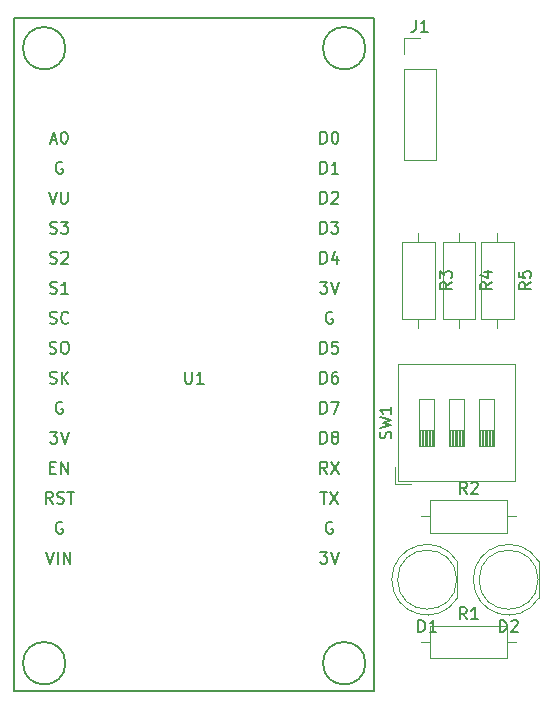
<source format=gbr>
%TF.GenerationSoftware,KiCad,Pcbnew,(5.1.9)-1*%
%TF.CreationDate,2021-10-19T20:47:57+02:00*%
%TF.ProjectId,BusyBox,42757379-426f-4782-9e6b-696361645f70,rev?*%
%TF.SameCoordinates,Original*%
%TF.FileFunction,Legend,Top*%
%TF.FilePolarity,Positive*%
%FSLAX46Y46*%
G04 Gerber Fmt 4.6, Leading zero omitted, Abs format (unit mm)*
G04 Created by KiCad (PCBNEW (5.1.9)-1) date 2021-10-19 20:47:57*
%MOMM*%
%LPD*%
G01*
G04 APERTURE LIST*
%ADD10C,0.120000*%
%ADD11C,0.150000*%
G04 APERTURE END LIST*
D10*
%TO.C,R2*%
X137009000Y-102565200D02*
X136239000Y-102565200D01*
X128929000Y-102565200D02*
X129699000Y-102565200D01*
X136239000Y-101195200D02*
X129699000Y-101195200D01*
X136239000Y-103935200D02*
X136239000Y-101195200D01*
X129699000Y-103935200D02*
X136239000Y-103935200D01*
X129699000Y-101195200D02*
X129699000Y-103935200D01*
D11*
%TO.C,U1*%
X124978700Y-117367400D02*
X124978700Y-60367400D01*
X94478700Y-117367400D02*
X124978700Y-117367400D01*
X94478700Y-60367400D02*
X94478700Y-117367400D01*
X94978700Y-60367400D02*
X94478700Y-60367400D01*
X124978700Y-60367400D02*
X94978700Y-60367400D01*
X124224751Y-62927400D02*
G75*
G03*
X124224751Y-62927400I-1796051J0D01*
G01*
X98824751Y-62927400D02*
G75*
G03*
X98824751Y-62927400I-1796051J0D01*
G01*
X98824751Y-114997400D02*
G75*
G03*
X98824751Y-114997400I-1796051J0D01*
G01*
X124224751Y-114997400D02*
G75*
G03*
X124224751Y-114997400I-1796051J0D01*
G01*
D10*
%TO.C,SW1*%
X133832600Y-95291667D02*
X135102600Y-95291667D01*
X135032600Y-96645000D02*
X135032600Y-95291667D01*
X134912600Y-96645000D02*
X134912600Y-95291667D01*
X134792600Y-96645000D02*
X134792600Y-95291667D01*
X134672600Y-96645000D02*
X134672600Y-95291667D01*
X134552600Y-96645000D02*
X134552600Y-95291667D01*
X134432600Y-96645000D02*
X134432600Y-95291667D01*
X134312600Y-96645000D02*
X134312600Y-95291667D01*
X134192600Y-96645000D02*
X134192600Y-95291667D01*
X134072600Y-96645000D02*
X134072600Y-95291667D01*
X133952600Y-96645000D02*
X133952600Y-95291667D01*
X133832600Y-92585000D02*
X133832600Y-96645000D01*
X135102600Y-92585000D02*
X133832600Y-92585000D01*
X135102600Y-96645000D02*
X135102600Y-92585000D01*
X133832600Y-96645000D02*
X135102600Y-96645000D01*
X131292600Y-95291667D02*
X132562600Y-95291667D01*
X132492600Y-96645000D02*
X132492600Y-95291667D01*
X132372600Y-96645000D02*
X132372600Y-95291667D01*
X132252600Y-96645000D02*
X132252600Y-95291667D01*
X132132600Y-96645000D02*
X132132600Y-95291667D01*
X132012600Y-96645000D02*
X132012600Y-95291667D01*
X131892600Y-96645000D02*
X131892600Y-95291667D01*
X131772600Y-96645000D02*
X131772600Y-95291667D01*
X131652600Y-96645000D02*
X131652600Y-95291667D01*
X131532600Y-96645000D02*
X131532600Y-95291667D01*
X131412600Y-96645000D02*
X131412600Y-95291667D01*
X131292600Y-92585000D02*
X131292600Y-96645000D01*
X132562600Y-92585000D02*
X131292600Y-92585000D01*
X132562600Y-96645000D02*
X132562600Y-92585000D01*
X131292600Y-96645000D02*
X132562600Y-96645000D01*
X128752600Y-95291667D02*
X130022600Y-95291667D01*
X129952600Y-96645000D02*
X129952600Y-95291667D01*
X129832600Y-96645000D02*
X129832600Y-95291667D01*
X129712600Y-96645000D02*
X129712600Y-95291667D01*
X129592600Y-96645000D02*
X129592600Y-95291667D01*
X129472600Y-96645000D02*
X129472600Y-95291667D01*
X129352600Y-96645000D02*
X129352600Y-95291667D01*
X129232600Y-96645000D02*
X129232600Y-95291667D01*
X129112600Y-96645000D02*
X129112600Y-95291667D01*
X128992600Y-96645000D02*
X128992600Y-95291667D01*
X128872600Y-96645000D02*
X128872600Y-95291667D01*
X128752600Y-92585000D02*
X128752600Y-96645000D01*
X130022600Y-92585000D02*
X128752600Y-92585000D01*
X130022600Y-96645000D02*
X130022600Y-92585000D01*
X128752600Y-96645000D02*
X130022600Y-96645000D01*
X126727600Y-99805000D02*
X128110600Y-99805000D01*
X126727600Y-99805000D02*
X126727600Y-98421000D01*
X126967600Y-89665000D02*
X136887600Y-89665000D01*
X126967600Y-99565000D02*
X136887600Y-99565000D01*
X136887600Y-99565000D02*
X136887600Y-89665000D01*
X126967600Y-99565000D02*
X126967600Y-89665000D01*
%TO.C,R5*%
X135407400Y-86615400D02*
X135407400Y-85845400D01*
X135407400Y-78535400D02*
X135407400Y-79305400D01*
X136777400Y-85845400D02*
X136777400Y-79305400D01*
X134037400Y-85845400D02*
X136777400Y-85845400D01*
X134037400Y-79305400D02*
X134037400Y-85845400D01*
X136777400Y-79305400D02*
X134037400Y-79305400D01*
%TO.C,R4*%
X132130800Y-86615400D02*
X132130800Y-85845400D01*
X132130800Y-78535400D02*
X132130800Y-79305400D01*
X133500800Y-85845400D02*
X133500800Y-79305400D01*
X130760800Y-85845400D02*
X133500800Y-85845400D01*
X130760800Y-79305400D02*
X130760800Y-85845400D01*
X133500800Y-79305400D02*
X130760800Y-79305400D01*
%TO.C,R3*%
X128714500Y-86615400D02*
X128714500Y-85845400D01*
X128714500Y-78535400D02*
X128714500Y-79305400D01*
X130084500Y-85845400D02*
X130084500Y-79305400D01*
X127344500Y-85845400D02*
X130084500Y-85845400D01*
X127344500Y-79305400D02*
X127344500Y-85845400D01*
X130084500Y-79305400D02*
X127344500Y-79305400D01*
%TO.C,R1*%
X137009000Y-113182400D02*
X136239000Y-113182400D01*
X128929000Y-113182400D02*
X129699000Y-113182400D01*
X136239000Y-111812400D02*
X129699000Y-111812400D01*
X136239000Y-114552400D02*
X136239000Y-111812400D01*
X129699000Y-114552400D02*
X136239000Y-114552400D01*
X129699000Y-111812400D02*
X129699000Y-114552400D01*
%TO.C,J1*%
X127511500Y-62093800D02*
X128841500Y-62093800D01*
X127511500Y-63423800D02*
X127511500Y-62093800D01*
X127511500Y-64693800D02*
X130171500Y-64693800D01*
X130171500Y-64693800D02*
X130171500Y-72373800D01*
X127511500Y-64693800D02*
X127511500Y-72373800D01*
X127511500Y-72373800D02*
X130171500Y-72373800D01*
%TO.C,D2*%
X138907200Y-109469600D02*
X138907200Y-106379600D01*
X138847200Y-107924600D02*
G75*
G03*
X138847200Y-107924600I-2500000J0D01*
G01*
X133357200Y-107925062D02*
G75*
G02*
X138907200Y-106379770I2990000J462D01*
G01*
X133357200Y-107924138D02*
G75*
G03*
X138907200Y-109469430I2990000J-462D01*
G01*
%TO.C,D1*%
X132011100Y-109469600D02*
X132011100Y-106379600D01*
X131951100Y-107924600D02*
G75*
G03*
X131951100Y-107924600I-2500000J0D01*
G01*
X126461100Y-107925062D02*
G75*
G02*
X132011100Y-106379770I2990000J462D01*
G01*
X126461100Y-107924138D02*
G75*
G03*
X132011100Y-109469430I2990000J-462D01*
G01*
%TO.C,R2*%
D11*
X132802333Y-100647580D02*
X132469000Y-100171390D01*
X132230904Y-100647580D02*
X132230904Y-99647580D01*
X132611857Y-99647580D01*
X132707095Y-99695200D01*
X132754714Y-99742819D01*
X132802333Y-99838057D01*
X132802333Y-99980914D01*
X132754714Y-100076152D01*
X132707095Y-100123771D01*
X132611857Y-100171390D01*
X132230904Y-100171390D01*
X133183285Y-99742819D02*
X133230904Y-99695200D01*
X133326142Y-99647580D01*
X133564238Y-99647580D01*
X133659476Y-99695200D01*
X133707095Y-99742819D01*
X133754714Y-99838057D01*
X133754714Y-99933295D01*
X133707095Y-100076152D01*
X133135666Y-100647580D01*
X133754714Y-100647580D01*
%TO.C,U1*%
X108966795Y-90319780D02*
X108966795Y-91129304D01*
X109014414Y-91224542D01*
X109062033Y-91272161D01*
X109157271Y-91319780D01*
X109347747Y-91319780D01*
X109442985Y-91272161D01*
X109490604Y-91224542D01*
X109538223Y-91129304D01*
X109538223Y-90319780D01*
X110538223Y-91319780D02*
X109966795Y-91319780D01*
X110252509Y-91319780D02*
X110252509Y-90319780D01*
X110157271Y-90462638D01*
X110062033Y-90557876D01*
X109966795Y-90605495D01*
X120420604Y-70999780D02*
X120420604Y-69999780D01*
X120658700Y-69999780D01*
X120801557Y-70047400D01*
X120896795Y-70142638D01*
X120944414Y-70237876D01*
X120992033Y-70428352D01*
X120992033Y-70571209D01*
X120944414Y-70761685D01*
X120896795Y-70856923D01*
X120801557Y-70952161D01*
X120658700Y-70999780D01*
X120420604Y-70999780D01*
X121611080Y-69999780D02*
X121706319Y-69999780D01*
X121801557Y-70047400D01*
X121849176Y-70095019D01*
X121896795Y-70190257D01*
X121944414Y-70380733D01*
X121944414Y-70618828D01*
X121896795Y-70809304D01*
X121849176Y-70904542D01*
X121801557Y-70952161D01*
X121706319Y-70999780D01*
X121611080Y-70999780D01*
X121515842Y-70952161D01*
X121468223Y-70904542D01*
X121420604Y-70809304D01*
X121372985Y-70618828D01*
X121372985Y-70380733D01*
X121420604Y-70190257D01*
X121468223Y-70095019D01*
X121515842Y-70047400D01*
X121611080Y-69999780D01*
X120420604Y-73539780D02*
X120420604Y-72539780D01*
X120658700Y-72539780D01*
X120801557Y-72587400D01*
X120896795Y-72682638D01*
X120944414Y-72777876D01*
X120992033Y-72968352D01*
X120992033Y-73111209D01*
X120944414Y-73301685D01*
X120896795Y-73396923D01*
X120801557Y-73492161D01*
X120658700Y-73539780D01*
X120420604Y-73539780D01*
X121944414Y-73539780D02*
X121372985Y-73539780D01*
X121658700Y-73539780D02*
X121658700Y-72539780D01*
X121563461Y-72682638D01*
X121468223Y-72777876D01*
X121372985Y-72825495D01*
X120420604Y-76079780D02*
X120420604Y-75079780D01*
X120658700Y-75079780D01*
X120801557Y-75127400D01*
X120896795Y-75222638D01*
X120944414Y-75317876D01*
X120992033Y-75508352D01*
X120992033Y-75651209D01*
X120944414Y-75841685D01*
X120896795Y-75936923D01*
X120801557Y-76032161D01*
X120658700Y-76079780D01*
X120420604Y-76079780D01*
X121372985Y-75175019D02*
X121420604Y-75127400D01*
X121515842Y-75079780D01*
X121753938Y-75079780D01*
X121849176Y-75127400D01*
X121896795Y-75175019D01*
X121944414Y-75270257D01*
X121944414Y-75365495D01*
X121896795Y-75508352D01*
X121325366Y-76079780D01*
X121944414Y-76079780D01*
X120420604Y-78619780D02*
X120420604Y-77619780D01*
X120658700Y-77619780D01*
X120801557Y-77667400D01*
X120896795Y-77762638D01*
X120944414Y-77857876D01*
X120992033Y-78048352D01*
X120992033Y-78191209D01*
X120944414Y-78381685D01*
X120896795Y-78476923D01*
X120801557Y-78572161D01*
X120658700Y-78619780D01*
X120420604Y-78619780D01*
X121325366Y-77619780D02*
X121944414Y-77619780D01*
X121611080Y-78000733D01*
X121753938Y-78000733D01*
X121849176Y-78048352D01*
X121896795Y-78095971D01*
X121944414Y-78191209D01*
X121944414Y-78429304D01*
X121896795Y-78524542D01*
X121849176Y-78572161D01*
X121753938Y-78619780D01*
X121468223Y-78619780D01*
X121372985Y-78572161D01*
X121325366Y-78524542D01*
X120420604Y-81159780D02*
X120420604Y-80159780D01*
X120658700Y-80159780D01*
X120801557Y-80207400D01*
X120896795Y-80302638D01*
X120944414Y-80397876D01*
X120992033Y-80588352D01*
X120992033Y-80731209D01*
X120944414Y-80921685D01*
X120896795Y-81016923D01*
X120801557Y-81112161D01*
X120658700Y-81159780D01*
X120420604Y-81159780D01*
X121849176Y-80493114D02*
X121849176Y-81159780D01*
X121611080Y-80112161D02*
X121372985Y-80826447D01*
X121992033Y-80826447D01*
X120396795Y-82699780D02*
X121015842Y-82699780D01*
X120682509Y-83080733D01*
X120825366Y-83080733D01*
X120920604Y-83128352D01*
X120968223Y-83175971D01*
X121015842Y-83271209D01*
X121015842Y-83509304D01*
X120968223Y-83604542D01*
X120920604Y-83652161D01*
X120825366Y-83699780D01*
X120539652Y-83699780D01*
X120444414Y-83652161D01*
X120396795Y-83604542D01*
X121301557Y-82699780D02*
X121634890Y-83699780D01*
X121968223Y-82699780D01*
X121420604Y-85287400D02*
X121325366Y-85239780D01*
X121182509Y-85239780D01*
X121039652Y-85287400D01*
X120944414Y-85382638D01*
X120896795Y-85477876D01*
X120849176Y-85668352D01*
X120849176Y-85811209D01*
X120896795Y-86001685D01*
X120944414Y-86096923D01*
X121039652Y-86192161D01*
X121182509Y-86239780D01*
X121277747Y-86239780D01*
X121420604Y-86192161D01*
X121468223Y-86144542D01*
X121468223Y-85811209D01*
X121277747Y-85811209D01*
X120420604Y-88779780D02*
X120420604Y-87779780D01*
X120658700Y-87779780D01*
X120801557Y-87827400D01*
X120896795Y-87922638D01*
X120944414Y-88017876D01*
X120992033Y-88208352D01*
X120992033Y-88351209D01*
X120944414Y-88541685D01*
X120896795Y-88636923D01*
X120801557Y-88732161D01*
X120658700Y-88779780D01*
X120420604Y-88779780D01*
X121896795Y-87779780D02*
X121420604Y-87779780D01*
X121372985Y-88255971D01*
X121420604Y-88208352D01*
X121515842Y-88160733D01*
X121753938Y-88160733D01*
X121849176Y-88208352D01*
X121896795Y-88255971D01*
X121944414Y-88351209D01*
X121944414Y-88589304D01*
X121896795Y-88684542D01*
X121849176Y-88732161D01*
X121753938Y-88779780D01*
X121515842Y-88779780D01*
X121420604Y-88732161D01*
X121372985Y-88684542D01*
X120420604Y-91319780D02*
X120420604Y-90319780D01*
X120658700Y-90319780D01*
X120801557Y-90367400D01*
X120896795Y-90462638D01*
X120944414Y-90557876D01*
X120992033Y-90748352D01*
X120992033Y-90891209D01*
X120944414Y-91081685D01*
X120896795Y-91176923D01*
X120801557Y-91272161D01*
X120658700Y-91319780D01*
X120420604Y-91319780D01*
X121849176Y-90319780D02*
X121658700Y-90319780D01*
X121563461Y-90367400D01*
X121515842Y-90415019D01*
X121420604Y-90557876D01*
X121372985Y-90748352D01*
X121372985Y-91129304D01*
X121420604Y-91224542D01*
X121468223Y-91272161D01*
X121563461Y-91319780D01*
X121753938Y-91319780D01*
X121849176Y-91272161D01*
X121896795Y-91224542D01*
X121944414Y-91129304D01*
X121944414Y-90891209D01*
X121896795Y-90795971D01*
X121849176Y-90748352D01*
X121753938Y-90700733D01*
X121563461Y-90700733D01*
X121468223Y-90748352D01*
X121420604Y-90795971D01*
X121372985Y-90891209D01*
X120420604Y-93859780D02*
X120420604Y-92859780D01*
X120658700Y-92859780D01*
X120801557Y-92907400D01*
X120896795Y-93002638D01*
X120944414Y-93097876D01*
X120992033Y-93288352D01*
X120992033Y-93431209D01*
X120944414Y-93621685D01*
X120896795Y-93716923D01*
X120801557Y-93812161D01*
X120658700Y-93859780D01*
X120420604Y-93859780D01*
X121325366Y-92859780D02*
X121992033Y-92859780D01*
X121563461Y-93859780D01*
X120420604Y-96399780D02*
X120420604Y-95399780D01*
X120658700Y-95399780D01*
X120801557Y-95447400D01*
X120896795Y-95542638D01*
X120944414Y-95637876D01*
X120992033Y-95828352D01*
X120992033Y-95971209D01*
X120944414Y-96161685D01*
X120896795Y-96256923D01*
X120801557Y-96352161D01*
X120658700Y-96399780D01*
X120420604Y-96399780D01*
X121563461Y-95828352D02*
X121468223Y-95780733D01*
X121420604Y-95733114D01*
X121372985Y-95637876D01*
X121372985Y-95590257D01*
X121420604Y-95495019D01*
X121468223Y-95447400D01*
X121563461Y-95399780D01*
X121753938Y-95399780D01*
X121849176Y-95447400D01*
X121896795Y-95495019D01*
X121944414Y-95590257D01*
X121944414Y-95637876D01*
X121896795Y-95733114D01*
X121849176Y-95780733D01*
X121753938Y-95828352D01*
X121563461Y-95828352D01*
X121468223Y-95875971D01*
X121420604Y-95923590D01*
X121372985Y-96018828D01*
X121372985Y-96209304D01*
X121420604Y-96304542D01*
X121468223Y-96352161D01*
X121563461Y-96399780D01*
X121753938Y-96399780D01*
X121849176Y-96352161D01*
X121896795Y-96304542D01*
X121944414Y-96209304D01*
X121944414Y-96018828D01*
X121896795Y-95923590D01*
X121849176Y-95875971D01*
X121753938Y-95828352D01*
X120992033Y-98939780D02*
X120658700Y-98463590D01*
X120420604Y-98939780D02*
X120420604Y-97939780D01*
X120801557Y-97939780D01*
X120896795Y-97987400D01*
X120944414Y-98035019D01*
X120992033Y-98130257D01*
X120992033Y-98273114D01*
X120944414Y-98368352D01*
X120896795Y-98415971D01*
X120801557Y-98463590D01*
X120420604Y-98463590D01*
X121325366Y-97939780D02*
X121992033Y-98939780D01*
X121992033Y-97939780D02*
X121325366Y-98939780D01*
X120396795Y-100479780D02*
X120968223Y-100479780D01*
X120682509Y-101479780D02*
X120682509Y-100479780D01*
X121206319Y-100479780D02*
X121872985Y-101479780D01*
X121872985Y-100479780D02*
X121206319Y-101479780D01*
X121420604Y-103067400D02*
X121325366Y-103019780D01*
X121182509Y-103019780D01*
X121039652Y-103067400D01*
X120944414Y-103162638D01*
X120896795Y-103257876D01*
X120849176Y-103448352D01*
X120849176Y-103591209D01*
X120896795Y-103781685D01*
X120944414Y-103876923D01*
X121039652Y-103972161D01*
X121182509Y-104019780D01*
X121277747Y-104019780D01*
X121420604Y-103972161D01*
X121468223Y-103924542D01*
X121468223Y-103591209D01*
X121277747Y-103591209D01*
X120396795Y-105559780D02*
X121015842Y-105559780D01*
X120682509Y-105940733D01*
X120825366Y-105940733D01*
X120920604Y-105988352D01*
X120968223Y-106035971D01*
X121015842Y-106131209D01*
X121015842Y-106369304D01*
X120968223Y-106464542D01*
X120920604Y-106512161D01*
X120825366Y-106559780D01*
X120539652Y-106559780D01*
X120444414Y-106512161D01*
X120396795Y-106464542D01*
X121301557Y-105559780D02*
X121634890Y-106559780D01*
X121968223Y-105559780D01*
X97584414Y-70714066D02*
X98060604Y-70714066D01*
X97489176Y-70999780D02*
X97822509Y-69999780D01*
X98155842Y-70999780D01*
X98679652Y-69999780D02*
X98774890Y-69999780D01*
X98870128Y-70047400D01*
X98917747Y-70095019D01*
X98965366Y-70190257D01*
X99012985Y-70380733D01*
X99012985Y-70618828D01*
X98965366Y-70809304D01*
X98917747Y-70904542D01*
X98870128Y-70952161D01*
X98774890Y-70999780D01*
X98679652Y-70999780D01*
X98584414Y-70952161D01*
X98536795Y-70904542D01*
X98489176Y-70809304D01*
X98441557Y-70618828D01*
X98441557Y-70380733D01*
X98489176Y-70190257D01*
X98536795Y-70095019D01*
X98584414Y-70047400D01*
X98679652Y-69999780D01*
X98560604Y-72587400D02*
X98465366Y-72539780D01*
X98322509Y-72539780D01*
X98179652Y-72587400D01*
X98084414Y-72682638D01*
X98036795Y-72777876D01*
X97989176Y-72968352D01*
X97989176Y-73111209D01*
X98036795Y-73301685D01*
X98084414Y-73396923D01*
X98179652Y-73492161D01*
X98322509Y-73539780D01*
X98417747Y-73539780D01*
X98560604Y-73492161D01*
X98608223Y-73444542D01*
X98608223Y-73111209D01*
X98417747Y-73111209D01*
X97441557Y-75079780D02*
X97774890Y-76079780D01*
X98108223Y-75079780D01*
X98441557Y-75079780D02*
X98441557Y-75889304D01*
X98489176Y-75984542D01*
X98536795Y-76032161D01*
X98632033Y-76079780D01*
X98822509Y-76079780D01*
X98917747Y-76032161D01*
X98965366Y-75984542D01*
X99012985Y-75889304D01*
X99012985Y-75079780D01*
X97536795Y-78572161D02*
X97679652Y-78619780D01*
X97917747Y-78619780D01*
X98012985Y-78572161D01*
X98060604Y-78524542D01*
X98108223Y-78429304D01*
X98108223Y-78334066D01*
X98060604Y-78238828D01*
X98012985Y-78191209D01*
X97917747Y-78143590D01*
X97727271Y-78095971D01*
X97632033Y-78048352D01*
X97584414Y-78000733D01*
X97536795Y-77905495D01*
X97536795Y-77810257D01*
X97584414Y-77715019D01*
X97632033Y-77667400D01*
X97727271Y-77619780D01*
X97965366Y-77619780D01*
X98108223Y-77667400D01*
X98441557Y-77619780D02*
X99060604Y-77619780D01*
X98727271Y-78000733D01*
X98870128Y-78000733D01*
X98965366Y-78048352D01*
X99012985Y-78095971D01*
X99060604Y-78191209D01*
X99060604Y-78429304D01*
X99012985Y-78524542D01*
X98965366Y-78572161D01*
X98870128Y-78619780D01*
X98584414Y-78619780D01*
X98489176Y-78572161D01*
X98441557Y-78524542D01*
X97536795Y-81112161D02*
X97679652Y-81159780D01*
X97917747Y-81159780D01*
X98012985Y-81112161D01*
X98060604Y-81064542D01*
X98108223Y-80969304D01*
X98108223Y-80874066D01*
X98060604Y-80778828D01*
X98012985Y-80731209D01*
X97917747Y-80683590D01*
X97727271Y-80635971D01*
X97632033Y-80588352D01*
X97584414Y-80540733D01*
X97536795Y-80445495D01*
X97536795Y-80350257D01*
X97584414Y-80255019D01*
X97632033Y-80207400D01*
X97727271Y-80159780D01*
X97965366Y-80159780D01*
X98108223Y-80207400D01*
X98489176Y-80255019D02*
X98536795Y-80207400D01*
X98632033Y-80159780D01*
X98870128Y-80159780D01*
X98965366Y-80207400D01*
X99012985Y-80255019D01*
X99060604Y-80350257D01*
X99060604Y-80445495D01*
X99012985Y-80588352D01*
X98441557Y-81159780D01*
X99060604Y-81159780D01*
X97536795Y-83652161D02*
X97679652Y-83699780D01*
X97917747Y-83699780D01*
X98012985Y-83652161D01*
X98060604Y-83604542D01*
X98108223Y-83509304D01*
X98108223Y-83414066D01*
X98060604Y-83318828D01*
X98012985Y-83271209D01*
X97917747Y-83223590D01*
X97727271Y-83175971D01*
X97632033Y-83128352D01*
X97584414Y-83080733D01*
X97536795Y-82985495D01*
X97536795Y-82890257D01*
X97584414Y-82795019D01*
X97632033Y-82747400D01*
X97727271Y-82699780D01*
X97965366Y-82699780D01*
X98108223Y-82747400D01*
X99060604Y-83699780D02*
X98489176Y-83699780D01*
X98774890Y-83699780D02*
X98774890Y-82699780D01*
X98679652Y-82842638D01*
X98584414Y-82937876D01*
X98489176Y-82985495D01*
X97512985Y-86192161D02*
X97655842Y-86239780D01*
X97893938Y-86239780D01*
X97989176Y-86192161D01*
X98036795Y-86144542D01*
X98084414Y-86049304D01*
X98084414Y-85954066D01*
X98036795Y-85858828D01*
X97989176Y-85811209D01*
X97893938Y-85763590D01*
X97703461Y-85715971D01*
X97608223Y-85668352D01*
X97560604Y-85620733D01*
X97512985Y-85525495D01*
X97512985Y-85430257D01*
X97560604Y-85335019D01*
X97608223Y-85287400D01*
X97703461Y-85239780D01*
X97941557Y-85239780D01*
X98084414Y-85287400D01*
X99084414Y-86144542D02*
X99036795Y-86192161D01*
X98893938Y-86239780D01*
X98798700Y-86239780D01*
X98655842Y-86192161D01*
X98560604Y-86096923D01*
X98512985Y-86001685D01*
X98465366Y-85811209D01*
X98465366Y-85668352D01*
X98512985Y-85477876D01*
X98560604Y-85382638D01*
X98655842Y-85287400D01*
X98798700Y-85239780D01*
X98893938Y-85239780D01*
X99036795Y-85287400D01*
X99084414Y-85335019D01*
X97489176Y-88732161D02*
X97632033Y-88779780D01*
X97870128Y-88779780D01*
X97965366Y-88732161D01*
X98012985Y-88684542D01*
X98060604Y-88589304D01*
X98060604Y-88494066D01*
X98012985Y-88398828D01*
X97965366Y-88351209D01*
X97870128Y-88303590D01*
X97679652Y-88255971D01*
X97584414Y-88208352D01*
X97536795Y-88160733D01*
X97489176Y-88065495D01*
X97489176Y-87970257D01*
X97536795Y-87875019D01*
X97584414Y-87827400D01*
X97679652Y-87779780D01*
X97917747Y-87779780D01*
X98060604Y-87827400D01*
X98679652Y-87779780D02*
X98870128Y-87779780D01*
X98965366Y-87827400D01*
X99060604Y-87922638D01*
X99108223Y-88113114D01*
X99108223Y-88446447D01*
X99060604Y-88636923D01*
X98965366Y-88732161D01*
X98870128Y-88779780D01*
X98679652Y-88779780D01*
X98584414Y-88732161D01*
X98489176Y-88636923D01*
X98441557Y-88446447D01*
X98441557Y-88113114D01*
X98489176Y-87922638D01*
X98584414Y-87827400D01*
X98679652Y-87779780D01*
X97512985Y-91272161D02*
X97655842Y-91319780D01*
X97893938Y-91319780D01*
X97989176Y-91272161D01*
X98036795Y-91224542D01*
X98084414Y-91129304D01*
X98084414Y-91034066D01*
X98036795Y-90938828D01*
X97989176Y-90891209D01*
X97893938Y-90843590D01*
X97703461Y-90795971D01*
X97608223Y-90748352D01*
X97560604Y-90700733D01*
X97512985Y-90605495D01*
X97512985Y-90510257D01*
X97560604Y-90415019D01*
X97608223Y-90367400D01*
X97703461Y-90319780D01*
X97941557Y-90319780D01*
X98084414Y-90367400D01*
X98512985Y-91319780D02*
X98512985Y-90319780D01*
X99084414Y-91319780D02*
X98655842Y-90748352D01*
X99084414Y-90319780D02*
X98512985Y-90891209D01*
X98560604Y-92907400D02*
X98465366Y-92859780D01*
X98322509Y-92859780D01*
X98179652Y-92907400D01*
X98084414Y-93002638D01*
X98036795Y-93097876D01*
X97989176Y-93288352D01*
X97989176Y-93431209D01*
X98036795Y-93621685D01*
X98084414Y-93716923D01*
X98179652Y-93812161D01*
X98322509Y-93859780D01*
X98417747Y-93859780D01*
X98560604Y-93812161D01*
X98608223Y-93764542D01*
X98608223Y-93431209D01*
X98417747Y-93431209D01*
X97536795Y-95399780D02*
X98155842Y-95399780D01*
X97822509Y-95780733D01*
X97965366Y-95780733D01*
X98060604Y-95828352D01*
X98108223Y-95875971D01*
X98155842Y-95971209D01*
X98155842Y-96209304D01*
X98108223Y-96304542D01*
X98060604Y-96352161D01*
X97965366Y-96399780D01*
X97679652Y-96399780D01*
X97584414Y-96352161D01*
X97536795Y-96304542D01*
X98441557Y-95399780D02*
X98774890Y-96399780D01*
X99108223Y-95399780D01*
X97560604Y-98415971D02*
X97893938Y-98415971D01*
X98036795Y-98939780D02*
X97560604Y-98939780D01*
X97560604Y-97939780D01*
X98036795Y-97939780D01*
X98465366Y-98939780D02*
X98465366Y-97939780D01*
X99036795Y-98939780D01*
X99036795Y-97939780D01*
X97751080Y-101479780D02*
X97417747Y-101003590D01*
X97179652Y-101479780D02*
X97179652Y-100479780D01*
X97560604Y-100479780D01*
X97655842Y-100527400D01*
X97703461Y-100575019D01*
X97751080Y-100670257D01*
X97751080Y-100813114D01*
X97703461Y-100908352D01*
X97655842Y-100955971D01*
X97560604Y-101003590D01*
X97179652Y-101003590D01*
X98132033Y-101432161D02*
X98274890Y-101479780D01*
X98512985Y-101479780D01*
X98608223Y-101432161D01*
X98655842Y-101384542D01*
X98703461Y-101289304D01*
X98703461Y-101194066D01*
X98655842Y-101098828D01*
X98608223Y-101051209D01*
X98512985Y-101003590D01*
X98322509Y-100955971D01*
X98227271Y-100908352D01*
X98179652Y-100860733D01*
X98132033Y-100765495D01*
X98132033Y-100670257D01*
X98179652Y-100575019D01*
X98227271Y-100527400D01*
X98322509Y-100479780D01*
X98560604Y-100479780D01*
X98703461Y-100527400D01*
X98989176Y-100479780D02*
X99560604Y-100479780D01*
X99274890Y-101479780D02*
X99274890Y-100479780D01*
X98560604Y-103067400D02*
X98465366Y-103019780D01*
X98322509Y-103019780D01*
X98179652Y-103067400D01*
X98084414Y-103162638D01*
X98036795Y-103257876D01*
X97989176Y-103448352D01*
X97989176Y-103591209D01*
X98036795Y-103781685D01*
X98084414Y-103876923D01*
X98179652Y-103972161D01*
X98322509Y-104019780D01*
X98417747Y-104019780D01*
X98560604Y-103972161D01*
X98608223Y-103924542D01*
X98608223Y-103591209D01*
X98417747Y-103591209D01*
X97203461Y-105559780D02*
X97536795Y-106559780D01*
X97870128Y-105559780D01*
X98203461Y-106559780D02*
X98203461Y-105559780D01*
X98679652Y-106559780D02*
X98679652Y-105559780D01*
X99251080Y-106559780D01*
X99251080Y-105559780D01*
%TO.C,SW1*%
X126372361Y-95948333D02*
X126419980Y-95805476D01*
X126419980Y-95567380D01*
X126372361Y-95472142D01*
X126324742Y-95424523D01*
X126229504Y-95376904D01*
X126134266Y-95376904D01*
X126039028Y-95424523D01*
X125991409Y-95472142D01*
X125943790Y-95567380D01*
X125896171Y-95757857D01*
X125848552Y-95853095D01*
X125800933Y-95900714D01*
X125705695Y-95948333D01*
X125610457Y-95948333D01*
X125515219Y-95900714D01*
X125467600Y-95853095D01*
X125419980Y-95757857D01*
X125419980Y-95519761D01*
X125467600Y-95376904D01*
X125419980Y-95043571D02*
X126419980Y-94805476D01*
X125705695Y-94615000D01*
X126419980Y-94424523D01*
X125419980Y-94186428D01*
X126419980Y-93281666D02*
X126419980Y-93853095D01*
X126419980Y-93567380D02*
X125419980Y-93567380D01*
X125562838Y-93662619D01*
X125658076Y-93757857D01*
X125705695Y-93853095D01*
%TO.C,R5*%
X138229780Y-82742066D02*
X137753590Y-83075400D01*
X138229780Y-83313495D02*
X137229780Y-83313495D01*
X137229780Y-82932542D01*
X137277400Y-82837304D01*
X137325019Y-82789685D01*
X137420257Y-82742066D01*
X137563114Y-82742066D01*
X137658352Y-82789685D01*
X137705971Y-82837304D01*
X137753590Y-82932542D01*
X137753590Y-83313495D01*
X137229780Y-81837304D02*
X137229780Y-82313495D01*
X137705971Y-82361114D01*
X137658352Y-82313495D01*
X137610733Y-82218257D01*
X137610733Y-81980161D01*
X137658352Y-81884923D01*
X137705971Y-81837304D01*
X137801209Y-81789685D01*
X138039304Y-81789685D01*
X138134542Y-81837304D01*
X138182161Y-81884923D01*
X138229780Y-81980161D01*
X138229780Y-82218257D01*
X138182161Y-82313495D01*
X138134542Y-82361114D01*
%TO.C,R4*%
X134953180Y-82742066D02*
X134476990Y-83075400D01*
X134953180Y-83313495D02*
X133953180Y-83313495D01*
X133953180Y-82932542D01*
X134000800Y-82837304D01*
X134048419Y-82789685D01*
X134143657Y-82742066D01*
X134286514Y-82742066D01*
X134381752Y-82789685D01*
X134429371Y-82837304D01*
X134476990Y-82932542D01*
X134476990Y-83313495D01*
X134286514Y-81884923D02*
X134953180Y-81884923D01*
X133905561Y-82123019D02*
X134619847Y-82361114D01*
X134619847Y-81742066D01*
%TO.C,R3*%
X131536880Y-82742066D02*
X131060690Y-83075400D01*
X131536880Y-83313495D02*
X130536880Y-83313495D01*
X130536880Y-82932542D01*
X130584500Y-82837304D01*
X130632119Y-82789685D01*
X130727357Y-82742066D01*
X130870214Y-82742066D01*
X130965452Y-82789685D01*
X131013071Y-82837304D01*
X131060690Y-82932542D01*
X131060690Y-83313495D01*
X130536880Y-82408733D02*
X130536880Y-81789685D01*
X130917833Y-82123019D01*
X130917833Y-81980161D01*
X130965452Y-81884923D01*
X131013071Y-81837304D01*
X131108309Y-81789685D01*
X131346404Y-81789685D01*
X131441642Y-81837304D01*
X131489261Y-81884923D01*
X131536880Y-81980161D01*
X131536880Y-82265876D01*
X131489261Y-82361114D01*
X131441642Y-82408733D01*
%TO.C,R1*%
X132802333Y-111264780D02*
X132469000Y-110788590D01*
X132230904Y-111264780D02*
X132230904Y-110264780D01*
X132611857Y-110264780D01*
X132707095Y-110312400D01*
X132754714Y-110360019D01*
X132802333Y-110455257D01*
X132802333Y-110598114D01*
X132754714Y-110693352D01*
X132707095Y-110740971D01*
X132611857Y-110788590D01*
X132230904Y-110788590D01*
X133754714Y-111264780D02*
X133183285Y-111264780D01*
X133469000Y-111264780D02*
X133469000Y-110264780D01*
X133373761Y-110407638D01*
X133278523Y-110502876D01*
X133183285Y-110550495D01*
%TO.C,J1*%
X128508166Y-60546180D02*
X128508166Y-61260466D01*
X128460547Y-61403323D01*
X128365309Y-61498561D01*
X128222452Y-61546180D01*
X128127214Y-61546180D01*
X129508166Y-61546180D02*
X128936738Y-61546180D01*
X129222452Y-61546180D02*
X129222452Y-60546180D01*
X129127214Y-60689038D01*
X129031976Y-60784276D01*
X128936738Y-60831895D01*
%TO.C,D2*%
X135609104Y-112336980D02*
X135609104Y-111336980D01*
X135847200Y-111336980D01*
X135990057Y-111384600D01*
X136085295Y-111479838D01*
X136132914Y-111575076D01*
X136180533Y-111765552D01*
X136180533Y-111908409D01*
X136132914Y-112098885D01*
X136085295Y-112194123D01*
X135990057Y-112289361D01*
X135847200Y-112336980D01*
X135609104Y-112336980D01*
X136561485Y-111432219D02*
X136609104Y-111384600D01*
X136704342Y-111336980D01*
X136942438Y-111336980D01*
X137037676Y-111384600D01*
X137085295Y-111432219D01*
X137132914Y-111527457D01*
X137132914Y-111622695D01*
X137085295Y-111765552D01*
X136513866Y-112336980D01*
X137132914Y-112336980D01*
%TO.C,D1*%
X128713004Y-112336980D02*
X128713004Y-111336980D01*
X128951100Y-111336980D01*
X129093957Y-111384600D01*
X129189195Y-111479838D01*
X129236814Y-111575076D01*
X129284433Y-111765552D01*
X129284433Y-111908409D01*
X129236814Y-112098885D01*
X129189195Y-112194123D01*
X129093957Y-112289361D01*
X128951100Y-112336980D01*
X128713004Y-112336980D01*
X130236814Y-112336980D02*
X129665385Y-112336980D01*
X129951100Y-112336980D02*
X129951100Y-111336980D01*
X129855861Y-111479838D01*
X129760623Y-111575076D01*
X129665385Y-111622695D01*
%TD*%
M02*

</source>
